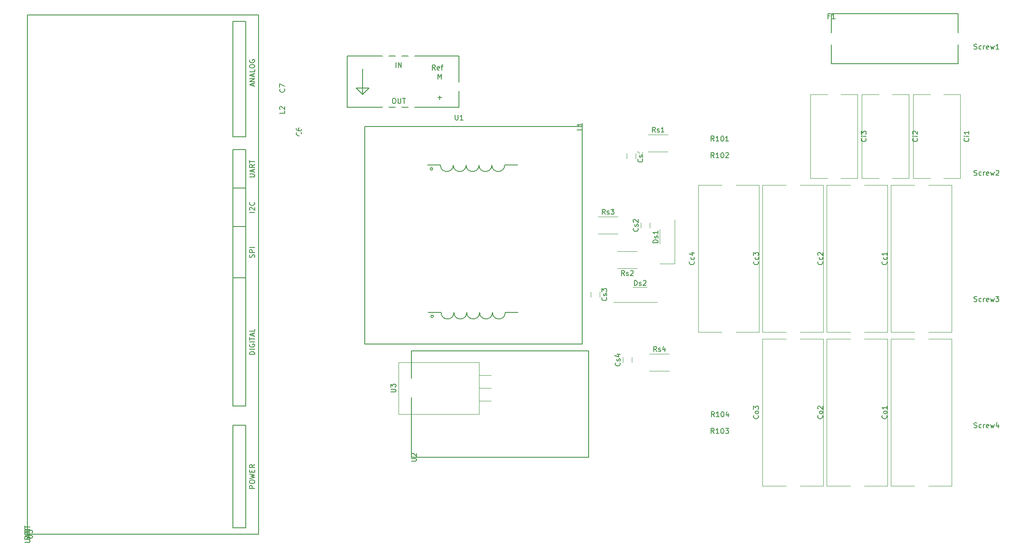
<source format=gbr>
G04 #@! TF.GenerationSoftware,KiCad,Pcbnew,(5.0.0-rc2-dev-586-g888c43477)*
G04 #@! TF.CreationDate,2018-06-04T00:41:44-03:00*
G04 #@! TF.ProjectId,Mcc18,4D636331382E6B696361645F70636200,rev?*
G04 #@! TF.SameCoordinates,Original*
G04 #@! TF.FileFunction,Legend,Top*
G04 #@! TF.FilePolarity,Positive*
%FSLAX46Y46*%
G04 Gerber Fmt 4.6, Leading zero omitted, Abs format (unit mm)*
G04 Created by KiCad (PCBNEW (5.0.0-rc2-dev-586-g888c43477)) date 06/04/18 00:41:44*
%MOMM*%
%LPD*%
G01*
G04 APERTURE LIST*
%ADD10C,0.150000*%
%ADD11C,0.120000*%
%ADD12O,2.100000X2.940000*%
%ADD13O,2.700000X1.700000*%
%ADD14O,5.400000X1.700000*%
%ADD15O,2.400000X1.600000*%
%ADD16R,1.695000X1.800000*%
%ADD17O,4.000000X4.000000*%
%ADD18R,2.900000X4.900000*%
%ADD19O,2.900000X4.900000*%
%ADD20C,2.200000*%
%ADD21R,2.200000X2.200000*%
%ADD22C,5.400000*%
%ADD23C,4.800000*%
%ADD24R,2.200000X1.795000*%
%ADD25O,2.400000X2.305000*%
%ADD26R,2.400000X2.305000*%
%ADD27O,3.900000X3.900000*%
%ADD28C,2.600000*%
%ADD29R,3.900000X3.100000*%
%ADD30R,3.100000X3.900000*%
%ADD31R,1.800000X1.695000*%
%ADD32R,1.895000X3.800000*%
%ADD33C,2.800000*%
%ADD34C,10.400000*%
%ADD35C,3.400000*%
G04 APERTURE END LIST*
D10*
X115570000Y-57150000D02*
X116840000Y-58420000D01*
X118110000Y-57150000D02*
X115570000Y-57150000D01*
X116840000Y-58420000D02*
X118110000Y-57150000D01*
X116840000Y-53340000D02*
X116840000Y-58420000D01*
X135890000Y-50800000D02*
X113792000Y-50800000D01*
X113792000Y-60960000D02*
X113792000Y-50800000D01*
X135890000Y-60960000D02*
X135890000Y-50800000D01*
X135890000Y-60960000D02*
X113792000Y-60960000D01*
X161544000Y-130302000D02*
X161544000Y-109220000D01*
X126492000Y-109220000D02*
X161544000Y-109220000D01*
X126492000Y-130302000D02*
X161544000Y-130302000D01*
X126492000Y-130302000D02*
X126492000Y-109220000D01*
X130683000Y-73152000D02*
G75*
G03X130683000Y-73152000I-254000J0D01*
G01*
X130810000Y-102362000D02*
G75*
G03X130810000Y-102362000I-254000J0D01*
G01*
X129667000Y-72390000D02*
X132207000Y-72390000D01*
X146177000Y-72390000D02*
X147447000Y-72390000D01*
X144907000Y-72390000D02*
X146177000Y-72390000D01*
X142367000Y-72390000D02*
G75*
G02X139827000Y-72390000I-1270000J0D01*
G01*
X134747000Y-72390000D02*
G75*
G02X132207000Y-72390000I-1270000J0D01*
G01*
X137287000Y-72390000D02*
G75*
G02X134747000Y-72390000I-1270000J0D01*
G01*
X139827000Y-72390000D02*
G75*
G02X137287000Y-72390000I-1270000J0D01*
G01*
X144907000Y-72390000D02*
G75*
G02X142367000Y-72390000I-1270000J0D01*
G01*
X146304000Y-101600000D02*
X147574000Y-101600000D01*
X145034000Y-101600000D02*
X146304000Y-101600000D01*
X145034000Y-101600000D02*
G75*
G02X142494000Y-101600000I-1270000J0D01*
G01*
X142494000Y-101600000D02*
G75*
G02X139954000Y-101600000I-1270000J0D01*
G01*
X139954000Y-101600000D02*
G75*
G02X137414000Y-101600000I-1270000J0D01*
G01*
X137414000Y-101600000D02*
G75*
G02X134874000Y-101600000I-1270000J0D01*
G01*
X134874000Y-101600000D02*
G75*
G02X132334000Y-101600000I-1270000J0D01*
G01*
X129794000Y-101600000D02*
X132334000Y-101600000D01*
X117221000Y-64770000D02*
X117221000Y-107823000D01*
X160274000Y-107823000D02*
X117221000Y-107823000D01*
X160274000Y-64770000D02*
X160274000Y-107823000D01*
X160274000Y-64770000D02*
X117221000Y-64770000D01*
X91186000Y-43942000D02*
X91186000Y-66802000D01*
X93726000Y-43942000D02*
X91186000Y-43942000D01*
X93726000Y-66802000D02*
X93726000Y-43942000D01*
X91186000Y-66802000D02*
X93726000Y-66802000D01*
X91186000Y-69342000D02*
X91186000Y-76962000D01*
X93726000Y-69342000D02*
X91186000Y-69342000D01*
X93726000Y-76962000D02*
X93726000Y-69342000D01*
X91186000Y-76962000D02*
X91186000Y-84582000D01*
X93726000Y-76962000D02*
X91186000Y-76962000D01*
X93726000Y-84582000D02*
X93726000Y-76962000D01*
X91186000Y-84582000D02*
X91186000Y-94742000D01*
X93726000Y-84582000D02*
X91186000Y-84582000D01*
X93726000Y-94742000D02*
X93726000Y-84582000D01*
X91186000Y-94742000D02*
X91186000Y-120142000D01*
X93726000Y-94742000D02*
X91186000Y-94742000D01*
X93726000Y-120142000D02*
X93726000Y-94742000D01*
X91186000Y-120142000D02*
X93726000Y-120142000D01*
X91186000Y-123952000D02*
X91186000Y-144272000D01*
X93726000Y-123952000D02*
X91186000Y-123952000D01*
X93726000Y-144272000D02*
X93726000Y-123952000D01*
X91186000Y-144272000D02*
X93726000Y-144272000D01*
X50546000Y-42672000D02*
X96266000Y-42672000D01*
X96266000Y-145542000D02*
X96266000Y-42672000D01*
X50546000Y-145542000D02*
X50546000Y-42672000D01*
X50546000Y-145542000D02*
X96266000Y-145542000D01*
D11*
X170074000Y-111498000D02*
X170074000Y-110498000D01*
X168254000Y-111498000D02*
X168254000Y-110498000D01*
X163724000Y-97544000D02*
X163724000Y-98544000D01*
X161904000Y-97544000D02*
X161904000Y-98544000D01*
X173630000Y-84828000D02*
X173630000Y-83828000D01*
X171810000Y-84828000D02*
X171810000Y-83828000D01*
X170836000Y-70112000D02*
X170836000Y-71112000D01*
X169016000Y-70112000D02*
X169016000Y-71112000D01*
X139820000Y-114046000D02*
X142360000Y-114046000D01*
X139820000Y-116586000D02*
X142360000Y-116586000D01*
X139820000Y-119126000D02*
X142360000Y-119126000D01*
X123930000Y-111466000D02*
X139820000Y-111466000D01*
X123930000Y-121706000D02*
X139820000Y-121706000D01*
X123930000Y-121706000D02*
X123930000Y-111466000D01*
X139820000Y-121706000D02*
X139820000Y-111466000D01*
X218922000Y-74992000D02*
X215558000Y-74992000D01*
X224878000Y-74992000D02*
X221514000Y-74992000D01*
X218922000Y-58372000D02*
X215558000Y-58372000D01*
X224878000Y-58372000D02*
X221514000Y-58372000D01*
X215558000Y-58372000D02*
X215558000Y-74992000D01*
X224878000Y-58372000D02*
X224878000Y-74992000D01*
X229082000Y-74992000D02*
X225718000Y-74992000D01*
X235038000Y-74992000D02*
X231674000Y-74992000D01*
X229082000Y-58372000D02*
X225718000Y-58372000D01*
X235038000Y-58372000D02*
X231674000Y-58372000D01*
X225718000Y-58372000D02*
X225718000Y-74992000D01*
X235038000Y-58372000D02*
X235038000Y-74992000D01*
X208762000Y-74992000D02*
X205398000Y-74992000D01*
X214718000Y-74992000D02*
X211354000Y-74992000D01*
X208762000Y-58372000D02*
X205398000Y-58372000D01*
X214718000Y-58372000D02*
X211354000Y-58372000D01*
X205398000Y-58372000D02*
X205398000Y-74992000D01*
X214718000Y-58372000D02*
X214718000Y-74992000D01*
X166404000Y-99544000D02*
X175104000Y-99544000D01*
X166404000Y-96544000D02*
X166404000Y-99544000D01*
X175104000Y-96544000D02*
X166404000Y-96544000D01*
X178538000Y-91914000D02*
X178538000Y-83214000D01*
X175538000Y-91914000D02*
X178538000Y-91914000D01*
X175538000Y-83214000D02*
X175538000Y-91914000D01*
X173564000Y-113216000D02*
X177464000Y-113216000D01*
X173564000Y-109796000D02*
X177464000Y-109796000D01*
X163404000Y-86038000D02*
X167304000Y-86038000D01*
X163404000Y-82618000D02*
X167304000Y-82618000D01*
X171114000Y-89476000D02*
X167214000Y-89476000D01*
X171114000Y-92896000D02*
X167214000Y-92896000D01*
X173310000Y-69782000D02*
X177210000Y-69782000D01*
X173310000Y-66362000D02*
X177210000Y-66362000D01*
X216025000Y-106818000D02*
X220640000Y-106818000D01*
X208620000Y-106818000D02*
X213235000Y-106818000D01*
X216025000Y-135938000D02*
X220640000Y-135938000D01*
X208620000Y-135938000D02*
X213235000Y-135938000D01*
X220640000Y-135938000D02*
X220640000Y-106818000D01*
X208620000Y-135938000D02*
X208620000Y-106818000D01*
X221320000Y-105458000D02*
X221320000Y-76338000D01*
X233340000Y-105458000D02*
X233340000Y-76338000D01*
X221320000Y-105458000D02*
X225935000Y-105458000D01*
X228725000Y-105458000D02*
X233340000Y-105458000D01*
X221320000Y-76338000D02*
X225935000Y-76338000D01*
X228725000Y-76338000D02*
X233340000Y-76338000D01*
X216025000Y-76338000D02*
X220640000Y-76338000D01*
X208620000Y-76338000D02*
X213235000Y-76338000D01*
X216025000Y-105458000D02*
X220640000Y-105458000D01*
X208620000Y-105458000D02*
X213235000Y-105458000D01*
X220640000Y-105458000D02*
X220640000Y-76338000D01*
X208620000Y-105458000D02*
X208620000Y-76338000D01*
X195920000Y-105458000D02*
X195920000Y-76338000D01*
X207940000Y-105458000D02*
X207940000Y-76338000D01*
X195920000Y-105458000D02*
X200535000Y-105458000D01*
X203325000Y-105458000D02*
X207940000Y-105458000D01*
X195920000Y-76338000D02*
X200535000Y-76338000D01*
X203325000Y-76338000D02*
X207940000Y-76338000D01*
X228725000Y-106818000D02*
X233340000Y-106818000D01*
X221320000Y-106818000D02*
X225935000Y-106818000D01*
X228725000Y-135938000D02*
X233340000Y-135938000D01*
X221320000Y-135938000D02*
X225935000Y-135938000D01*
X233340000Y-135938000D02*
X233340000Y-106818000D01*
X221320000Y-135938000D02*
X221320000Y-106818000D01*
X183220000Y-105458000D02*
X183220000Y-76338000D01*
X195240000Y-105458000D02*
X195240000Y-76338000D01*
X183220000Y-105458000D02*
X187835000Y-105458000D01*
X190625000Y-105458000D02*
X195240000Y-105458000D01*
X183220000Y-76338000D02*
X187835000Y-76338000D01*
X190625000Y-76338000D02*
X195240000Y-76338000D01*
X203325000Y-106818000D02*
X207940000Y-106818000D01*
X195920000Y-106818000D02*
X200535000Y-106818000D01*
X203325000Y-135938000D02*
X207940000Y-135938000D01*
X195920000Y-135938000D02*
X200535000Y-135938000D01*
X207940000Y-135938000D02*
X207940000Y-106818000D01*
X195920000Y-135938000D02*
X195920000Y-106818000D01*
D10*
X234569000Y-42418000D02*
X234569000Y-52324000D01*
X209550000Y-52324000D02*
X234569000Y-52324000D01*
X209550000Y-42418000D02*
X234569000Y-42418000D01*
X209550000Y-42418000D02*
X209550000Y-52324000D01*
X135128095Y-62452380D02*
X135128095Y-63261904D01*
X135175714Y-63357142D01*
X135223333Y-63404761D01*
X135318571Y-63452380D01*
X135509047Y-63452380D01*
X135604285Y-63404761D01*
X135651904Y-63357142D01*
X135699523Y-63261904D01*
X135699523Y-62452380D01*
X136699523Y-63452380D02*
X136128095Y-63452380D01*
X136413809Y-63452380D02*
X136413809Y-62452380D01*
X136318571Y-62595238D01*
X136223333Y-62690476D01*
X136128095Y-62738095D01*
X122952000Y-59142380D02*
X123142476Y-59142380D01*
X123237714Y-59190000D01*
X123332952Y-59285238D01*
X123380571Y-59475714D01*
X123380571Y-59809047D01*
X123332952Y-59999523D01*
X123237714Y-60094761D01*
X123142476Y-60142380D01*
X122952000Y-60142380D01*
X122856761Y-60094761D01*
X122761523Y-59999523D01*
X122713904Y-59809047D01*
X122713904Y-59475714D01*
X122761523Y-59285238D01*
X122856761Y-59190000D01*
X122952000Y-59142380D01*
X123809142Y-59142380D02*
X123809142Y-59951904D01*
X123856761Y-60047142D01*
X123904380Y-60094761D01*
X123999619Y-60142380D01*
X124190095Y-60142380D01*
X124285333Y-60094761D01*
X124332952Y-60047142D01*
X124380571Y-59951904D01*
X124380571Y-59142380D01*
X124713904Y-59142380D02*
X125285333Y-59142380D01*
X124999619Y-60142380D02*
X124999619Y-59142380D01*
X123428190Y-53030380D02*
X123428190Y-52030380D01*
X123904380Y-53030380D02*
X123904380Y-52030380D01*
X124475809Y-53030380D01*
X124475809Y-52030380D01*
X131167238Y-53538380D02*
X130833904Y-53062190D01*
X130595809Y-53538380D02*
X130595809Y-52538380D01*
X130976761Y-52538380D01*
X131072000Y-52586000D01*
X131119619Y-52633619D01*
X131167238Y-52728857D01*
X131167238Y-52871714D01*
X131119619Y-52966952D01*
X131072000Y-53014571D01*
X130976761Y-53062190D01*
X130595809Y-53062190D01*
X131976761Y-53490761D02*
X131881523Y-53538380D01*
X131691047Y-53538380D01*
X131595809Y-53490761D01*
X131548190Y-53395523D01*
X131548190Y-53014571D01*
X131595809Y-52919333D01*
X131691047Y-52871714D01*
X131881523Y-52871714D01*
X131976761Y-52919333D01*
X132024380Y-53014571D01*
X132024380Y-53109809D01*
X131548190Y-53205047D01*
X132310095Y-52871714D02*
X132691047Y-52871714D01*
X132452952Y-53538380D02*
X132452952Y-52681238D01*
X132500571Y-52586000D01*
X132595809Y-52538380D01*
X132691047Y-52538380D01*
X131746666Y-55316380D02*
X131746666Y-54316380D01*
X132080000Y-55030666D01*
X132413333Y-54316380D01*
X132413333Y-55316380D01*
X131984761Y-56348380D02*
X132175238Y-56348380D01*
X132270476Y-56396000D01*
X132365714Y-56491238D01*
X132413333Y-56681714D01*
X132413333Y-57015047D01*
X132365714Y-57205523D01*
X132270476Y-57300761D01*
X132175238Y-57348380D01*
X131984761Y-57348380D01*
X131889523Y-57300761D01*
X131794285Y-57205523D01*
X131746666Y-57015047D01*
X131746666Y-56681714D01*
X131794285Y-56491238D01*
X131889523Y-56396000D01*
X131984761Y-56348380D01*
X131699047Y-58999428D02*
X132460952Y-58999428D01*
X132080000Y-59380380D02*
X132080000Y-58618476D01*
X186332952Y-67634380D02*
X185999619Y-67158190D01*
X185761523Y-67634380D02*
X185761523Y-66634380D01*
X186142476Y-66634380D01*
X186237714Y-66682000D01*
X186285333Y-66729619D01*
X186332952Y-66824857D01*
X186332952Y-66967714D01*
X186285333Y-67062952D01*
X186237714Y-67110571D01*
X186142476Y-67158190D01*
X185761523Y-67158190D01*
X187285333Y-67634380D02*
X186713904Y-67634380D01*
X186999619Y-67634380D02*
X186999619Y-66634380D01*
X186904380Y-66777238D01*
X186809142Y-66872476D01*
X186713904Y-66920095D01*
X187904380Y-66634380D02*
X187999619Y-66634380D01*
X188094857Y-66682000D01*
X188142476Y-66729619D01*
X188190095Y-66824857D01*
X188237714Y-67015333D01*
X188237714Y-67253428D01*
X188190095Y-67443904D01*
X188142476Y-67539142D01*
X188094857Y-67586761D01*
X187999619Y-67634380D01*
X187904380Y-67634380D01*
X187809142Y-67586761D01*
X187761523Y-67539142D01*
X187713904Y-67443904D01*
X187666285Y-67253428D01*
X187666285Y-67015333D01*
X187713904Y-66824857D01*
X187761523Y-66729619D01*
X187809142Y-66682000D01*
X187904380Y-66634380D01*
X189190095Y-67634380D02*
X188618666Y-67634380D01*
X188904380Y-67634380D02*
X188904380Y-66634380D01*
X188809142Y-66777238D01*
X188713904Y-66872476D01*
X188618666Y-66920095D01*
X126444380Y-131063904D02*
X127253904Y-131063904D01*
X127349142Y-131016285D01*
X127396761Y-130968666D01*
X127444380Y-130873428D01*
X127444380Y-130682952D01*
X127396761Y-130587714D01*
X127349142Y-130540095D01*
X127253904Y-130492476D01*
X126444380Y-130492476D01*
X126539619Y-130063904D02*
X126492000Y-130016285D01*
X126444380Y-129921047D01*
X126444380Y-129682952D01*
X126492000Y-129587714D01*
X126539619Y-129540095D01*
X126634857Y-129492476D01*
X126730095Y-129492476D01*
X126872952Y-129540095D01*
X127444380Y-130111523D01*
X127444380Y-129492476D01*
X160226380Y-64936666D02*
X160226380Y-65412857D01*
X159226380Y-65412857D01*
X160226380Y-64079523D02*
X160226380Y-64650952D01*
X160226380Y-64365238D02*
X159226380Y-64365238D01*
X159369238Y-64460476D01*
X159464476Y-64555714D01*
X159512095Y-64650952D01*
X50498380Y-146303904D02*
X51307904Y-146303904D01*
X51403142Y-146256285D01*
X51450761Y-146208666D01*
X51498380Y-146113428D01*
X51498380Y-145922952D01*
X51450761Y-145827714D01*
X51403142Y-145780095D01*
X51307904Y-145732476D01*
X50498380Y-145732476D01*
X50498380Y-144780095D02*
X50498380Y-145256285D01*
X50974571Y-145303904D01*
X50926952Y-145256285D01*
X50879333Y-145161047D01*
X50879333Y-144922952D01*
X50926952Y-144827714D01*
X50974571Y-144780095D01*
X51069809Y-144732476D01*
X51307904Y-144732476D01*
X51403142Y-144780095D01*
X51450761Y-144827714D01*
X51498380Y-144922952D01*
X51498380Y-145161047D01*
X51450761Y-145256285D01*
X51403142Y-145303904D01*
X95162666Y-56721047D02*
X95162666Y-56244857D01*
X95448380Y-56816285D02*
X94448380Y-56482952D01*
X95448380Y-56149619D01*
X95448380Y-55816285D02*
X94448380Y-55816285D01*
X95448380Y-55244857D01*
X94448380Y-55244857D01*
X95162666Y-54816285D02*
X95162666Y-54340095D01*
X95448380Y-54911523D02*
X94448380Y-54578190D01*
X95448380Y-54244857D01*
X95448380Y-53435333D02*
X95448380Y-53911523D01*
X94448380Y-53911523D01*
X94448380Y-52911523D02*
X94448380Y-52721047D01*
X94496000Y-52625809D01*
X94591238Y-52530571D01*
X94781714Y-52482952D01*
X95115047Y-52482952D01*
X95305523Y-52530571D01*
X95400761Y-52625809D01*
X95448380Y-52721047D01*
X95448380Y-52911523D01*
X95400761Y-53006761D01*
X95305523Y-53102000D01*
X95115047Y-53149619D01*
X94781714Y-53149619D01*
X94591238Y-53102000D01*
X94496000Y-53006761D01*
X94448380Y-52911523D01*
X94496000Y-51530571D02*
X94448380Y-51625809D01*
X94448380Y-51768666D01*
X94496000Y-51911523D01*
X94591238Y-52006761D01*
X94686476Y-52054380D01*
X94876952Y-52102000D01*
X95019809Y-52102000D01*
X95210285Y-52054380D01*
X95305523Y-52006761D01*
X95400761Y-51911523D01*
X95448380Y-51768666D01*
X95448380Y-51673428D01*
X95400761Y-51530571D01*
X95353142Y-51482952D01*
X95019809Y-51482952D01*
X95019809Y-51673428D01*
X94448380Y-74747238D02*
X95257904Y-74747238D01*
X95353142Y-74699619D01*
X95400761Y-74652000D01*
X95448380Y-74556761D01*
X95448380Y-74366285D01*
X95400761Y-74271047D01*
X95353142Y-74223428D01*
X95257904Y-74175809D01*
X94448380Y-74175809D01*
X95162666Y-73747238D02*
X95162666Y-73271047D01*
X95448380Y-73842476D02*
X94448380Y-73509142D01*
X95448380Y-73175809D01*
X95448380Y-72271047D02*
X94972190Y-72604380D01*
X95448380Y-72842476D02*
X94448380Y-72842476D01*
X94448380Y-72461523D01*
X94496000Y-72366285D01*
X94543619Y-72318666D01*
X94638857Y-72271047D01*
X94781714Y-72271047D01*
X94876952Y-72318666D01*
X94924571Y-72366285D01*
X94972190Y-72461523D01*
X94972190Y-72842476D01*
X94448380Y-71985333D02*
X94448380Y-71413904D01*
X95448380Y-71699619D02*
X94448380Y-71699619D01*
X49998380Y-147137238D02*
X50807904Y-147137238D01*
X50903142Y-147089619D01*
X50950761Y-147042000D01*
X50998380Y-146946761D01*
X50998380Y-146756285D01*
X50950761Y-146661047D01*
X50903142Y-146613428D01*
X50807904Y-146565809D01*
X49998380Y-146565809D01*
X50712666Y-146137238D02*
X50712666Y-145661047D01*
X50998380Y-146232476D02*
X49998380Y-145899142D01*
X50998380Y-145565809D01*
X50998380Y-144661047D02*
X50522190Y-144994380D01*
X50998380Y-145232476D02*
X49998380Y-145232476D01*
X49998380Y-144851523D01*
X50046000Y-144756285D01*
X50093619Y-144708666D01*
X50188857Y-144661047D01*
X50331714Y-144661047D01*
X50426952Y-144708666D01*
X50474571Y-144756285D01*
X50522190Y-144851523D01*
X50522190Y-145232476D01*
X49998380Y-144375333D02*
X49998380Y-143803904D01*
X50998380Y-144089619D02*
X49998380Y-144089619D01*
X95448380Y-81748190D02*
X94448380Y-81748190D01*
X94543619Y-81319619D02*
X94496000Y-81272000D01*
X94448380Y-81176761D01*
X94448380Y-80938666D01*
X94496000Y-80843428D01*
X94543619Y-80795809D01*
X94638857Y-80748190D01*
X94734095Y-80748190D01*
X94876952Y-80795809D01*
X95448380Y-81367238D01*
X95448380Y-80748190D01*
X95353142Y-79748190D02*
X95400761Y-79795809D01*
X95448380Y-79938666D01*
X95448380Y-80033904D01*
X95400761Y-80176761D01*
X95305523Y-80272000D01*
X95210285Y-80319619D01*
X95019809Y-80367238D01*
X94876952Y-80367238D01*
X94686476Y-80319619D01*
X94591238Y-80272000D01*
X94496000Y-80176761D01*
X94448380Y-80033904D01*
X94448380Y-79938666D01*
X94496000Y-79795809D01*
X94543619Y-79748190D01*
X95400761Y-90685809D02*
X95448380Y-90542952D01*
X95448380Y-90304857D01*
X95400761Y-90209619D01*
X95353142Y-90162000D01*
X95257904Y-90114380D01*
X95162666Y-90114380D01*
X95067428Y-90162000D01*
X95019809Y-90209619D01*
X94972190Y-90304857D01*
X94924571Y-90495333D01*
X94876952Y-90590571D01*
X94829333Y-90638190D01*
X94734095Y-90685809D01*
X94638857Y-90685809D01*
X94543619Y-90638190D01*
X94496000Y-90590571D01*
X94448380Y-90495333D01*
X94448380Y-90257238D01*
X94496000Y-90114380D01*
X95448380Y-89685809D02*
X94448380Y-89685809D01*
X94448380Y-89304857D01*
X94496000Y-89209619D01*
X94543619Y-89162000D01*
X94638857Y-89114380D01*
X94781714Y-89114380D01*
X94876952Y-89162000D01*
X94924571Y-89209619D01*
X94972190Y-89304857D01*
X94972190Y-89685809D01*
X95448380Y-88685809D02*
X94448380Y-88685809D01*
X50950761Y-146565809D02*
X50998380Y-146422952D01*
X50998380Y-146184857D01*
X50950761Y-146089619D01*
X50903142Y-146042000D01*
X50807904Y-145994380D01*
X50712666Y-145994380D01*
X50617428Y-146042000D01*
X50569809Y-146089619D01*
X50522190Y-146184857D01*
X50474571Y-146375333D01*
X50426952Y-146470571D01*
X50379333Y-146518190D01*
X50284095Y-146565809D01*
X50188857Y-146565809D01*
X50093619Y-146518190D01*
X50046000Y-146470571D01*
X49998380Y-146375333D01*
X49998380Y-146137238D01*
X50046000Y-145994380D01*
X50998380Y-145565809D02*
X49998380Y-145565809D01*
X49998380Y-145184857D01*
X50046000Y-145089619D01*
X50093619Y-145042000D01*
X50188857Y-144994380D01*
X50331714Y-144994380D01*
X50426952Y-145042000D01*
X50474571Y-145089619D01*
X50522190Y-145184857D01*
X50522190Y-145565809D01*
X50998380Y-144565809D02*
X49998380Y-144565809D01*
X95448380Y-109894380D02*
X94448380Y-109894380D01*
X94448380Y-109656285D01*
X94496000Y-109513428D01*
X94591238Y-109418190D01*
X94686476Y-109370571D01*
X94876952Y-109322952D01*
X95019809Y-109322952D01*
X95210285Y-109370571D01*
X95305523Y-109418190D01*
X95400761Y-109513428D01*
X95448380Y-109656285D01*
X95448380Y-109894380D01*
X95448380Y-108894380D02*
X94448380Y-108894380D01*
X94496000Y-107894380D02*
X94448380Y-107989619D01*
X94448380Y-108132476D01*
X94496000Y-108275333D01*
X94591238Y-108370571D01*
X94686476Y-108418190D01*
X94876952Y-108465809D01*
X95019809Y-108465809D01*
X95210285Y-108418190D01*
X95305523Y-108370571D01*
X95400761Y-108275333D01*
X95448380Y-108132476D01*
X95448380Y-108037238D01*
X95400761Y-107894380D01*
X95353142Y-107846761D01*
X95019809Y-107846761D01*
X95019809Y-108037238D01*
X95448380Y-107418190D02*
X94448380Y-107418190D01*
X94448380Y-107084857D02*
X94448380Y-106513428D01*
X95448380Y-106799142D02*
X94448380Y-106799142D01*
X95162666Y-106227714D02*
X95162666Y-105751523D01*
X95448380Y-106322952D02*
X94448380Y-105989619D01*
X95448380Y-105656285D01*
X95448380Y-104846761D02*
X95448380Y-105322952D01*
X94448380Y-105322952D01*
X95448380Y-136421523D02*
X94448380Y-136421523D01*
X94448380Y-136040571D01*
X94496000Y-135945333D01*
X94543619Y-135897714D01*
X94638857Y-135850095D01*
X94781714Y-135850095D01*
X94876952Y-135897714D01*
X94924571Y-135945333D01*
X94972190Y-136040571D01*
X94972190Y-136421523D01*
X94448380Y-135231047D02*
X94448380Y-135040571D01*
X94496000Y-134945333D01*
X94591238Y-134850095D01*
X94781714Y-134802476D01*
X95115047Y-134802476D01*
X95305523Y-134850095D01*
X95400761Y-134945333D01*
X95448380Y-135040571D01*
X95448380Y-135231047D01*
X95400761Y-135326285D01*
X95305523Y-135421523D01*
X95115047Y-135469142D01*
X94781714Y-135469142D01*
X94591238Y-135421523D01*
X94496000Y-135326285D01*
X94448380Y-135231047D01*
X94448380Y-134469142D02*
X95448380Y-134231047D01*
X94734095Y-134040571D01*
X95448380Y-133850095D01*
X94448380Y-133612000D01*
X94924571Y-133231047D02*
X94924571Y-132897714D01*
X95448380Y-132754857D02*
X95448380Y-133231047D01*
X94448380Y-133231047D01*
X94448380Y-132754857D01*
X95448380Y-131754857D02*
X94972190Y-132088190D01*
X95448380Y-132326285D02*
X94448380Y-132326285D01*
X94448380Y-131945333D01*
X94496000Y-131850095D01*
X94543619Y-131802476D01*
X94638857Y-131754857D01*
X94781714Y-131754857D01*
X94876952Y-131802476D01*
X94924571Y-131850095D01*
X94972190Y-131945333D01*
X94972190Y-132326285D01*
X167671142Y-111569428D02*
X167718761Y-111617047D01*
X167766380Y-111759904D01*
X167766380Y-111855142D01*
X167718761Y-111998000D01*
X167623523Y-112093238D01*
X167528285Y-112140857D01*
X167337809Y-112188476D01*
X167194952Y-112188476D01*
X167004476Y-112140857D01*
X166909238Y-112093238D01*
X166814000Y-111998000D01*
X166766380Y-111855142D01*
X166766380Y-111759904D01*
X166814000Y-111617047D01*
X166861619Y-111569428D01*
X167718761Y-111188476D02*
X167766380Y-111093238D01*
X167766380Y-110902761D01*
X167718761Y-110807523D01*
X167623523Y-110759904D01*
X167575904Y-110759904D01*
X167480666Y-110807523D01*
X167433047Y-110902761D01*
X167433047Y-111045619D01*
X167385428Y-111140857D01*
X167290190Y-111188476D01*
X167242571Y-111188476D01*
X167147333Y-111140857D01*
X167099714Y-111045619D01*
X167099714Y-110902761D01*
X167147333Y-110807523D01*
X167099714Y-109902761D02*
X167766380Y-109902761D01*
X166718761Y-110140857D02*
X167433047Y-110378952D01*
X167433047Y-109759904D01*
X165021142Y-98615428D02*
X165068761Y-98663047D01*
X165116380Y-98805904D01*
X165116380Y-98901142D01*
X165068761Y-99044000D01*
X164973523Y-99139238D01*
X164878285Y-99186857D01*
X164687809Y-99234476D01*
X164544952Y-99234476D01*
X164354476Y-99186857D01*
X164259238Y-99139238D01*
X164164000Y-99044000D01*
X164116380Y-98901142D01*
X164116380Y-98805904D01*
X164164000Y-98663047D01*
X164211619Y-98615428D01*
X165068761Y-98234476D02*
X165116380Y-98139238D01*
X165116380Y-97948761D01*
X165068761Y-97853523D01*
X164973523Y-97805904D01*
X164925904Y-97805904D01*
X164830666Y-97853523D01*
X164783047Y-97948761D01*
X164783047Y-98091619D01*
X164735428Y-98186857D01*
X164640190Y-98234476D01*
X164592571Y-98234476D01*
X164497333Y-98186857D01*
X164449714Y-98091619D01*
X164449714Y-97948761D01*
X164497333Y-97853523D01*
X164116380Y-97472571D02*
X164116380Y-96853523D01*
X164497333Y-97186857D01*
X164497333Y-97044000D01*
X164544952Y-96948761D01*
X164592571Y-96901142D01*
X164687809Y-96853523D01*
X164925904Y-96853523D01*
X165021142Y-96901142D01*
X165068761Y-96948761D01*
X165116380Y-97044000D01*
X165116380Y-97329714D01*
X165068761Y-97424952D01*
X165021142Y-97472571D01*
X171227142Y-84899428D02*
X171274761Y-84947047D01*
X171322380Y-85089904D01*
X171322380Y-85185142D01*
X171274761Y-85328000D01*
X171179523Y-85423238D01*
X171084285Y-85470857D01*
X170893809Y-85518476D01*
X170750952Y-85518476D01*
X170560476Y-85470857D01*
X170465238Y-85423238D01*
X170370000Y-85328000D01*
X170322380Y-85185142D01*
X170322380Y-85089904D01*
X170370000Y-84947047D01*
X170417619Y-84899428D01*
X171274761Y-84518476D02*
X171322380Y-84423238D01*
X171322380Y-84232761D01*
X171274761Y-84137523D01*
X171179523Y-84089904D01*
X171131904Y-84089904D01*
X171036666Y-84137523D01*
X170989047Y-84232761D01*
X170989047Y-84375619D01*
X170941428Y-84470857D01*
X170846190Y-84518476D01*
X170798571Y-84518476D01*
X170703333Y-84470857D01*
X170655714Y-84375619D01*
X170655714Y-84232761D01*
X170703333Y-84137523D01*
X170417619Y-83708952D02*
X170370000Y-83661333D01*
X170322380Y-83566095D01*
X170322380Y-83328000D01*
X170370000Y-83232761D01*
X170417619Y-83185142D01*
X170512857Y-83137523D01*
X170608095Y-83137523D01*
X170750952Y-83185142D01*
X171322380Y-83756571D01*
X171322380Y-83137523D01*
X172133142Y-71183428D02*
X172180761Y-71231047D01*
X172228380Y-71373904D01*
X172228380Y-71469142D01*
X172180761Y-71612000D01*
X172085523Y-71707238D01*
X171990285Y-71754857D01*
X171799809Y-71802476D01*
X171656952Y-71802476D01*
X171466476Y-71754857D01*
X171371238Y-71707238D01*
X171276000Y-71612000D01*
X171228380Y-71469142D01*
X171228380Y-71373904D01*
X171276000Y-71231047D01*
X171323619Y-71183428D01*
X172180761Y-70802476D02*
X172228380Y-70707238D01*
X172228380Y-70516761D01*
X172180761Y-70421523D01*
X172085523Y-70373904D01*
X172037904Y-70373904D01*
X171942666Y-70421523D01*
X171895047Y-70516761D01*
X171895047Y-70659619D01*
X171847428Y-70754857D01*
X171752190Y-70802476D01*
X171704571Y-70802476D01*
X171609333Y-70754857D01*
X171561714Y-70659619D01*
X171561714Y-70516761D01*
X171609333Y-70421523D01*
X172228380Y-69421523D02*
X172228380Y-69992952D01*
X172228380Y-69707238D02*
X171228380Y-69707238D01*
X171371238Y-69802476D01*
X171466476Y-69897714D01*
X171514095Y-69992952D01*
X122382380Y-117347904D02*
X123191904Y-117347904D01*
X123287142Y-117300285D01*
X123334761Y-117252666D01*
X123382380Y-117157428D01*
X123382380Y-116966952D01*
X123334761Y-116871714D01*
X123287142Y-116824095D01*
X123191904Y-116776476D01*
X122382380Y-116776476D01*
X122382380Y-116395523D02*
X122382380Y-115776476D01*
X122763333Y-116109809D01*
X122763333Y-115966952D01*
X122810952Y-115871714D01*
X122858571Y-115824095D01*
X122953809Y-115776476D01*
X123191904Y-115776476D01*
X123287142Y-115824095D01*
X123334761Y-115871714D01*
X123382380Y-115966952D01*
X123382380Y-116252666D01*
X123334761Y-116347904D01*
X123287142Y-116395523D01*
X226485142Y-67086761D02*
X226532761Y-67134380D01*
X226580380Y-67277238D01*
X226580380Y-67372476D01*
X226532761Y-67515333D01*
X226437523Y-67610571D01*
X226342285Y-67658190D01*
X226151809Y-67705809D01*
X226008952Y-67705809D01*
X225818476Y-67658190D01*
X225723238Y-67610571D01*
X225628000Y-67515333D01*
X225580380Y-67372476D01*
X225580380Y-67277238D01*
X225628000Y-67134380D01*
X225675619Y-67086761D01*
X226580380Y-66658190D02*
X225913714Y-66658190D01*
X225580380Y-66658190D02*
X225628000Y-66705809D01*
X225675619Y-66658190D01*
X225628000Y-66610571D01*
X225580380Y-66658190D01*
X225675619Y-66658190D01*
X225675619Y-66229619D02*
X225628000Y-66182000D01*
X225580380Y-66086761D01*
X225580380Y-65848666D01*
X225628000Y-65753428D01*
X225675619Y-65705809D01*
X225770857Y-65658190D01*
X225866095Y-65658190D01*
X226008952Y-65705809D01*
X226580380Y-66277238D01*
X226580380Y-65658190D01*
X236645142Y-67086761D02*
X236692761Y-67134380D01*
X236740380Y-67277238D01*
X236740380Y-67372476D01*
X236692761Y-67515333D01*
X236597523Y-67610571D01*
X236502285Y-67658190D01*
X236311809Y-67705809D01*
X236168952Y-67705809D01*
X235978476Y-67658190D01*
X235883238Y-67610571D01*
X235788000Y-67515333D01*
X235740380Y-67372476D01*
X235740380Y-67277238D01*
X235788000Y-67134380D01*
X235835619Y-67086761D01*
X236740380Y-66658190D02*
X236073714Y-66658190D01*
X235740380Y-66658190D02*
X235788000Y-66705809D01*
X235835619Y-66658190D01*
X235788000Y-66610571D01*
X235740380Y-66658190D01*
X235835619Y-66658190D01*
X236740380Y-65658190D02*
X236740380Y-66229619D01*
X236740380Y-65943904D02*
X235740380Y-65943904D01*
X235883238Y-66039142D01*
X235978476Y-66134380D01*
X236026095Y-66229619D01*
X216325142Y-67086761D02*
X216372761Y-67134380D01*
X216420380Y-67277238D01*
X216420380Y-67372476D01*
X216372761Y-67515333D01*
X216277523Y-67610571D01*
X216182285Y-67658190D01*
X215991809Y-67705809D01*
X215848952Y-67705809D01*
X215658476Y-67658190D01*
X215563238Y-67610571D01*
X215468000Y-67515333D01*
X215420380Y-67372476D01*
X215420380Y-67277238D01*
X215468000Y-67134380D01*
X215515619Y-67086761D01*
X216420380Y-66658190D02*
X215753714Y-66658190D01*
X215420380Y-66658190D02*
X215468000Y-66705809D01*
X215515619Y-66658190D01*
X215468000Y-66610571D01*
X215420380Y-66658190D01*
X215515619Y-66658190D01*
X215420380Y-66277238D02*
X215420380Y-65658190D01*
X215801333Y-65991523D01*
X215801333Y-65848666D01*
X215848952Y-65753428D01*
X215896571Y-65705809D01*
X215991809Y-65658190D01*
X216229904Y-65658190D01*
X216325142Y-65705809D01*
X216372761Y-65753428D01*
X216420380Y-65848666D01*
X216420380Y-66134380D01*
X216372761Y-66229619D01*
X216325142Y-66277238D01*
X170561142Y-96246380D02*
X170561142Y-95246380D01*
X170799238Y-95246380D01*
X170942095Y-95294000D01*
X171037333Y-95389238D01*
X171084952Y-95484476D01*
X171132571Y-95674952D01*
X171132571Y-95817809D01*
X171084952Y-96008285D01*
X171037333Y-96103523D01*
X170942095Y-96198761D01*
X170799238Y-96246380D01*
X170561142Y-96246380D01*
X171513523Y-96198761D02*
X171608761Y-96246380D01*
X171799238Y-96246380D01*
X171894476Y-96198761D01*
X171942095Y-96103523D01*
X171942095Y-96055904D01*
X171894476Y-95960666D01*
X171799238Y-95913047D01*
X171656380Y-95913047D01*
X171561142Y-95865428D01*
X171513523Y-95770190D01*
X171513523Y-95722571D01*
X171561142Y-95627333D01*
X171656380Y-95579714D01*
X171799238Y-95579714D01*
X171894476Y-95627333D01*
X172323047Y-95341619D02*
X172370666Y-95294000D01*
X172465904Y-95246380D01*
X172704000Y-95246380D01*
X172799238Y-95294000D01*
X172846857Y-95341619D01*
X172894476Y-95436857D01*
X172894476Y-95532095D01*
X172846857Y-95674952D01*
X172275428Y-96246380D01*
X172894476Y-96246380D01*
X175240380Y-87756857D02*
X174240380Y-87756857D01*
X174240380Y-87518761D01*
X174288000Y-87375904D01*
X174383238Y-87280666D01*
X174478476Y-87233047D01*
X174668952Y-87185428D01*
X174811809Y-87185428D01*
X175002285Y-87233047D01*
X175097523Y-87280666D01*
X175192761Y-87375904D01*
X175240380Y-87518761D01*
X175240380Y-87756857D01*
X175192761Y-86804476D02*
X175240380Y-86709238D01*
X175240380Y-86518761D01*
X175192761Y-86423523D01*
X175097523Y-86375904D01*
X175049904Y-86375904D01*
X174954666Y-86423523D01*
X174907047Y-86518761D01*
X174907047Y-86661619D01*
X174859428Y-86756857D01*
X174764190Y-86804476D01*
X174716571Y-86804476D01*
X174621333Y-86756857D01*
X174573714Y-86661619D01*
X174573714Y-86518761D01*
X174621333Y-86423523D01*
X175240380Y-85423523D02*
X175240380Y-85994952D01*
X175240380Y-85709238D02*
X174240380Y-85709238D01*
X174383238Y-85804476D01*
X174478476Y-85899714D01*
X174526095Y-85994952D01*
X101418380Y-61634666D02*
X101418380Y-62110857D01*
X100418380Y-62110857D01*
X100513619Y-61348952D02*
X100466000Y-61301333D01*
X100418380Y-61206095D01*
X100418380Y-60968000D01*
X100466000Y-60872761D01*
X100513619Y-60825142D01*
X100608857Y-60777523D01*
X100704095Y-60777523D01*
X100846952Y-60825142D01*
X101418380Y-61396571D01*
X101418380Y-60777523D01*
X174942571Y-109308380D02*
X174609238Y-108832190D01*
X174371142Y-109308380D02*
X174371142Y-108308380D01*
X174752095Y-108308380D01*
X174847333Y-108356000D01*
X174894952Y-108403619D01*
X174942571Y-108498857D01*
X174942571Y-108641714D01*
X174894952Y-108736952D01*
X174847333Y-108784571D01*
X174752095Y-108832190D01*
X174371142Y-108832190D01*
X175323523Y-109260761D02*
X175418761Y-109308380D01*
X175609238Y-109308380D01*
X175704476Y-109260761D01*
X175752095Y-109165523D01*
X175752095Y-109117904D01*
X175704476Y-109022666D01*
X175609238Y-108975047D01*
X175466380Y-108975047D01*
X175371142Y-108927428D01*
X175323523Y-108832190D01*
X175323523Y-108784571D01*
X175371142Y-108689333D01*
X175466380Y-108641714D01*
X175609238Y-108641714D01*
X175704476Y-108689333D01*
X176609238Y-108641714D02*
X176609238Y-109308380D01*
X176371142Y-108260761D02*
X176133047Y-108975047D01*
X176752095Y-108975047D01*
X164782571Y-82130380D02*
X164449238Y-81654190D01*
X164211142Y-82130380D02*
X164211142Y-81130380D01*
X164592095Y-81130380D01*
X164687333Y-81178000D01*
X164734952Y-81225619D01*
X164782571Y-81320857D01*
X164782571Y-81463714D01*
X164734952Y-81558952D01*
X164687333Y-81606571D01*
X164592095Y-81654190D01*
X164211142Y-81654190D01*
X165163523Y-82082761D02*
X165258761Y-82130380D01*
X165449238Y-82130380D01*
X165544476Y-82082761D01*
X165592095Y-81987523D01*
X165592095Y-81939904D01*
X165544476Y-81844666D01*
X165449238Y-81797047D01*
X165306380Y-81797047D01*
X165211142Y-81749428D01*
X165163523Y-81654190D01*
X165163523Y-81606571D01*
X165211142Y-81511333D01*
X165306380Y-81463714D01*
X165449238Y-81463714D01*
X165544476Y-81511333D01*
X165925428Y-81130380D02*
X166544476Y-81130380D01*
X166211142Y-81511333D01*
X166354000Y-81511333D01*
X166449238Y-81558952D01*
X166496857Y-81606571D01*
X166544476Y-81701809D01*
X166544476Y-81939904D01*
X166496857Y-82035142D01*
X166449238Y-82082761D01*
X166354000Y-82130380D01*
X166068285Y-82130380D01*
X165973047Y-82082761D01*
X165925428Y-82035142D01*
X168592571Y-94288380D02*
X168259238Y-93812190D01*
X168021142Y-94288380D02*
X168021142Y-93288380D01*
X168402095Y-93288380D01*
X168497333Y-93336000D01*
X168544952Y-93383619D01*
X168592571Y-93478857D01*
X168592571Y-93621714D01*
X168544952Y-93716952D01*
X168497333Y-93764571D01*
X168402095Y-93812190D01*
X168021142Y-93812190D01*
X168973523Y-94240761D02*
X169068761Y-94288380D01*
X169259238Y-94288380D01*
X169354476Y-94240761D01*
X169402095Y-94145523D01*
X169402095Y-94097904D01*
X169354476Y-94002666D01*
X169259238Y-93955047D01*
X169116380Y-93955047D01*
X169021142Y-93907428D01*
X168973523Y-93812190D01*
X168973523Y-93764571D01*
X169021142Y-93669333D01*
X169116380Y-93621714D01*
X169259238Y-93621714D01*
X169354476Y-93669333D01*
X169783047Y-93383619D02*
X169830666Y-93336000D01*
X169925904Y-93288380D01*
X170164000Y-93288380D01*
X170259238Y-93336000D01*
X170306857Y-93383619D01*
X170354476Y-93478857D01*
X170354476Y-93574095D01*
X170306857Y-93716952D01*
X169735428Y-94288380D01*
X170354476Y-94288380D01*
X174688571Y-65874380D02*
X174355238Y-65398190D01*
X174117142Y-65874380D02*
X174117142Y-64874380D01*
X174498095Y-64874380D01*
X174593333Y-64922000D01*
X174640952Y-64969619D01*
X174688571Y-65064857D01*
X174688571Y-65207714D01*
X174640952Y-65302952D01*
X174593333Y-65350571D01*
X174498095Y-65398190D01*
X174117142Y-65398190D01*
X175069523Y-65826761D02*
X175164761Y-65874380D01*
X175355238Y-65874380D01*
X175450476Y-65826761D01*
X175498095Y-65731523D01*
X175498095Y-65683904D01*
X175450476Y-65588666D01*
X175355238Y-65541047D01*
X175212380Y-65541047D01*
X175117142Y-65493428D01*
X175069523Y-65398190D01*
X175069523Y-65350571D01*
X175117142Y-65255333D01*
X175212380Y-65207714D01*
X175355238Y-65207714D01*
X175450476Y-65255333D01*
X176450476Y-65874380D02*
X175879047Y-65874380D01*
X176164761Y-65874380D02*
X176164761Y-64874380D01*
X176069523Y-65017238D01*
X175974285Y-65112476D01*
X175879047Y-65160095D01*
X104623142Y-65952666D02*
X104670761Y-66000285D01*
X104718380Y-66143142D01*
X104718380Y-66238380D01*
X104670761Y-66381238D01*
X104575523Y-66476476D01*
X104480285Y-66524095D01*
X104289809Y-66571714D01*
X104146952Y-66571714D01*
X103956476Y-66524095D01*
X103861238Y-66476476D01*
X103766000Y-66381238D01*
X103718380Y-66238380D01*
X103718380Y-66143142D01*
X103766000Y-66000285D01*
X103813619Y-65952666D01*
X103718380Y-65095523D02*
X103718380Y-65286000D01*
X103766000Y-65381238D01*
X103813619Y-65428857D01*
X103956476Y-65524095D01*
X104146952Y-65571714D01*
X104527904Y-65571714D01*
X104623142Y-65524095D01*
X104670761Y-65476476D01*
X104718380Y-65381238D01*
X104718380Y-65190761D01*
X104670761Y-65095523D01*
X104623142Y-65047904D01*
X104527904Y-65000285D01*
X104289809Y-65000285D01*
X104194571Y-65047904D01*
X104146952Y-65095523D01*
X104099333Y-65190761D01*
X104099333Y-65381238D01*
X104146952Y-65476476D01*
X104194571Y-65524095D01*
X104289809Y-65571714D01*
X101323142Y-57316666D02*
X101370761Y-57364285D01*
X101418380Y-57507142D01*
X101418380Y-57602380D01*
X101370761Y-57745238D01*
X101275523Y-57840476D01*
X101180285Y-57888095D01*
X100989809Y-57935714D01*
X100846952Y-57935714D01*
X100656476Y-57888095D01*
X100561238Y-57840476D01*
X100466000Y-57745238D01*
X100418380Y-57602380D01*
X100418380Y-57507142D01*
X100466000Y-57364285D01*
X100513619Y-57316666D01*
X100418380Y-56983333D02*
X100418380Y-56316666D01*
X101418380Y-56745238D01*
X207727142Y-121997047D02*
X207774761Y-122044666D01*
X207822380Y-122187523D01*
X207822380Y-122282761D01*
X207774761Y-122425619D01*
X207679523Y-122520857D01*
X207584285Y-122568476D01*
X207393809Y-122616095D01*
X207250952Y-122616095D01*
X207060476Y-122568476D01*
X206965238Y-122520857D01*
X206870000Y-122425619D01*
X206822380Y-122282761D01*
X206822380Y-122187523D01*
X206870000Y-122044666D01*
X206917619Y-121997047D01*
X207822380Y-121425619D02*
X207774761Y-121520857D01*
X207727142Y-121568476D01*
X207631904Y-121616095D01*
X207346190Y-121616095D01*
X207250952Y-121568476D01*
X207203333Y-121520857D01*
X207155714Y-121425619D01*
X207155714Y-121282761D01*
X207203333Y-121187523D01*
X207250952Y-121139904D01*
X207346190Y-121092285D01*
X207631904Y-121092285D01*
X207727142Y-121139904D01*
X207774761Y-121187523D01*
X207822380Y-121282761D01*
X207822380Y-121425619D01*
X206917619Y-120711333D02*
X206870000Y-120663714D01*
X206822380Y-120568476D01*
X206822380Y-120330380D01*
X206870000Y-120235142D01*
X206917619Y-120187523D01*
X207012857Y-120139904D01*
X207108095Y-120139904D01*
X207250952Y-120187523D01*
X207822380Y-120758952D01*
X207822380Y-120139904D01*
X220427142Y-91493238D02*
X220474761Y-91540857D01*
X220522380Y-91683714D01*
X220522380Y-91778952D01*
X220474761Y-91921809D01*
X220379523Y-92017047D01*
X220284285Y-92064666D01*
X220093809Y-92112285D01*
X219950952Y-92112285D01*
X219760476Y-92064666D01*
X219665238Y-92017047D01*
X219570000Y-91921809D01*
X219522380Y-91778952D01*
X219522380Y-91683714D01*
X219570000Y-91540857D01*
X219617619Y-91493238D01*
X220474761Y-90636095D02*
X220522380Y-90731333D01*
X220522380Y-90921809D01*
X220474761Y-91017047D01*
X220427142Y-91064666D01*
X220331904Y-91112285D01*
X220046190Y-91112285D01*
X219950952Y-91064666D01*
X219903333Y-91017047D01*
X219855714Y-90921809D01*
X219855714Y-90731333D01*
X219903333Y-90636095D01*
X220522380Y-89683714D02*
X220522380Y-90255142D01*
X220522380Y-89969428D02*
X219522380Y-89969428D01*
X219665238Y-90064666D01*
X219760476Y-90159904D01*
X219808095Y-90255142D01*
X207727142Y-91493238D02*
X207774761Y-91540857D01*
X207822380Y-91683714D01*
X207822380Y-91778952D01*
X207774761Y-91921809D01*
X207679523Y-92017047D01*
X207584285Y-92064666D01*
X207393809Y-92112285D01*
X207250952Y-92112285D01*
X207060476Y-92064666D01*
X206965238Y-92017047D01*
X206870000Y-91921809D01*
X206822380Y-91778952D01*
X206822380Y-91683714D01*
X206870000Y-91540857D01*
X206917619Y-91493238D01*
X207774761Y-90636095D02*
X207822380Y-90731333D01*
X207822380Y-90921809D01*
X207774761Y-91017047D01*
X207727142Y-91064666D01*
X207631904Y-91112285D01*
X207346190Y-91112285D01*
X207250952Y-91064666D01*
X207203333Y-91017047D01*
X207155714Y-90921809D01*
X207155714Y-90731333D01*
X207203333Y-90636095D01*
X206917619Y-90255142D02*
X206870000Y-90207523D01*
X206822380Y-90112285D01*
X206822380Y-89874190D01*
X206870000Y-89778952D01*
X206917619Y-89731333D01*
X207012857Y-89683714D01*
X207108095Y-89683714D01*
X207250952Y-89731333D01*
X207822380Y-90302761D01*
X207822380Y-89683714D01*
X195027142Y-91493238D02*
X195074761Y-91540857D01*
X195122380Y-91683714D01*
X195122380Y-91778952D01*
X195074761Y-91921809D01*
X194979523Y-92017047D01*
X194884285Y-92064666D01*
X194693809Y-92112285D01*
X194550952Y-92112285D01*
X194360476Y-92064666D01*
X194265238Y-92017047D01*
X194170000Y-91921809D01*
X194122380Y-91778952D01*
X194122380Y-91683714D01*
X194170000Y-91540857D01*
X194217619Y-91493238D01*
X195074761Y-90636095D02*
X195122380Y-90731333D01*
X195122380Y-90921809D01*
X195074761Y-91017047D01*
X195027142Y-91064666D01*
X194931904Y-91112285D01*
X194646190Y-91112285D01*
X194550952Y-91064666D01*
X194503333Y-91017047D01*
X194455714Y-90921809D01*
X194455714Y-90731333D01*
X194503333Y-90636095D01*
X194122380Y-90302761D02*
X194122380Y-89683714D01*
X194503333Y-90017047D01*
X194503333Y-89874190D01*
X194550952Y-89778952D01*
X194598571Y-89731333D01*
X194693809Y-89683714D01*
X194931904Y-89683714D01*
X195027142Y-89731333D01*
X195074761Y-89778952D01*
X195122380Y-89874190D01*
X195122380Y-90159904D01*
X195074761Y-90255142D01*
X195027142Y-90302761D01*
X220427142Y-121997047D02*
X220474761Y-122044666D01*
X220522380Y-122187523D01*
X220522380Y-122282761D01*
X220474761Y-122425619D01*
X220379523Y-122520857D01*
X220284285Y-122568476D01*
X220093809Y-122616095D01*
X219950952Y-122616095D01*
X219760476Y-122568476D01*
X219665238Y-122520857D01*
X219570000Y-122425619D01*
X219522380Y-122282761D01*
X219522380Y-122187523D01*
X219570000Y-122044666D01*
X219617619Y-121997047D01*
X220522380Y-121425619D02*
X220474761Y-121520857D01*
X220427142Y-121568476D01*
X220331904Y-121616095D01*
X220046190Y-121616095D01*
X219950952Y-121568476D01*
X219903333Y-121520857D01*
X219855714Y-121425619D01*
X219855714Y-121282761D01*
X219903333Y-121187523D01*
X219950952Y-121139904D01*
X220046190Y-121092285D01*
X220331904Y-121092285D01*
X220427142Y-121139904D01*
X220474761Y-121187523D01*
X220522380Y-121282761D01*
X220522380Y-121425619D01*
X220522380Y-120139904D02*
X220522380Y-120711333D01*
X220522380Y-120425619D02*
X219522380Y-120425619D01*
X219665238Y-120520857D01*
X219760476Y-120616095D01*
X219808095Y-120711333D01*
X182327142Y-91493238D02*
X182374761Y-91540857D01*
X182422380Y-91683714D01*
X182422380Y-91778952D01*
X182374761Y-91921809D01*
X182279523Y-92017047D01*
X182184285Y-92064666D01*
X181993809Y-92112285D01*
X181850952Y-92112285D01*
X181660476Y-92064666D01*
X181565238Y-92017047D01*
X181470000Y-91921809D01*
X181422380Y-91778952D01*
X181422380Y-91683714D01*
X181470000Y-91540857D01*
X181517619Y-91493238D01*
X182374761Y-90636095D02*
X182422380Y-90731333D01*
X182422380Y-90921809D01*
X182374761Y-91017047D01*
X182327142Y-91064666D01*
X182231904Y-91112285D01*
X181946190Y-91112285D01*
X181850952Y-91064666D01*
X181803333Y-91017047D01*
X181755714Y-90921809D01*
X181755714Y-90731333D01*
X181803333Y-90636095D01*
X181755714Y-89778952D02*
X182422380Y-89778952D01*
X181374761Y-90017047D02*
X182089047Y-90255142D01*
X182089047Y-89636095D01*
X195027142Y-121997047D02*
X195074761Y-122044666D01*
X195122380Y-122187523D01*
X195122380Y-122282761D01*
X195074761Y-122425619D01*
X194979523Y-122520857D01*
X194884285Y-122568476D01*
X194693809Y-122616095D01*
X194550952Y-122616095D01*
X194360476Y-122568476D01*
X194265238Y-122520857D01*
X194170000Y-122425619D01*
X194122380Y-122282761D01*
X194122380Y-122187523D01*
X194170000Y-122044666D01*
X194217619Y-121997047D01*
X195122380Y-121425619D02*
X195074761Y-121520857D01*
X195027142Y-121568476D01*
X194931904Y-121616095D01*
X194646190Y-121616095D01*
X194550952Y-121568476D01*
X194503333Y-121520857D01*
X194455714Y-121425619D01*
X194455714Y-121282761D01*
X194503333Y-121187523D01*
X194550952Y-121139904D01*
X194646190Y-121092285D01*
X194931904Y-121092285D01*
X195027142Y-121139904D01*
X195074761Y-121187523D01*
X195122380Y-121282761D01*
X195122380Y-121425619D01*
X194122380Y-120758952D02*
X194122380Y-120139904D01*
X194503333Y-120473238D01*
X194503333Y-120330380D01*
X194550952Y-120235142D01*
X194598571Y-120187523D01*
X194693809Y-120139904D01*
X194931904Y-120139904D01*
X195027142Y-120187523D01*
X195074761Y-120235142D01*
X195122380Y-120330380D01*
X195122380Y-120616095D01*
X195074761Y-120711333D01*
X195027142Y-120758952D01*
X237749619Y-124376761D02*
X237892476Y-124424380D01*
X238130571Y-124424380D01*
X238225809Y-124376761D01*
X238273428Y-124329142D01*
X238321047Y-124233904D01*
X238321047Y-124138666D01*
X238273428Y-124043428D01*
X238225809Y-123995809D01*
X238130571Y-123948190D01*
X237940095Y-123900571D01*
X237844857Y-123852952D01*
X237797238Y-123805333D01*
X237749619Y-123710095D01*
X237749619Y-123614857D01*
X237797238Y-123519619D01*
X237844857Y-123472000D01*
X237940095Y-123424380D01*
X238178190Y-123424380D01*
X238321047Y-123472000D01*
X239178190Y-124376761D02*
X239082952Y-124424380D01*
X238892476Y-124424380D01*
X238797238Y-124376761D01*
X238749619Y-124329142D01*
X238702000Y-124233904D01*
X238702000Y-123948190D01*
X238749619Y-123852952D01*
X238797238Y-123805333D01*
X238892476Y-123757714D01*
X239082952Y-123757714D01*
X239178190Y-123805333D01*
X239606761Y-124424380D02*
X239606761Y-123757714D01*
X239606761Y-123948190D02*
X239654380Y-123852952D01*
X239702000Y-123805333D01*
X239797238Y-123757714D01*
X239892476Y-123757714D01*
X240606761Y-124376761D02*
X240511523Y-124424380D01*
X240321047Y-124424380D01*
X240225809Y-124376761D01*
X240178190Y-124281523D01*
X240178190Y-123900571D01*
X240225809Y-123805333D01*
X240321047Y-123757714D01*
X240511523Y-123757714D01*
X240606761Y-123805333D01*
X240654380Y-123900571D01*
X240654380Y-123995809D01*
X240178190Y-124091047D01*
X240987714Y-123757714D02*
X241178190Y-124424380D01*
X241368666Y-123948190D01*
X241559142Y-124424380D01*
X241749619Y-123757714D01*
X242559142Y-123757714D02*
X242559142Y-124424380D01*
X242321047Y-123376761D02*
X242082952Y-124091047D01*
X242702000Y-124091047D01*
X237749619Y-99376761D02*
X237892476Y-99424380D01*
X238130571Y-99424380D01*
X238225809Y-99376761D01*
X238273428Y-99329142D01*
X238321047Y-99233904D01*
X238321047Y-99138666D01*
X238273428Y-99043428D01*
X238225809Y-98995809D01*
X238130571Y-98948190D01*
X237940095Y-98900571D01*
X237844857Y-98852952D01*
X237797238Y-98805333D01*
X237749619Y-98710095D01*
X237749619Y-98614857D01*
X237797238Y-98519619D01*
X237844857Y-98472000D01*
X237940095Y-98424380D01*
X238178190Y-98424380D01*
X238321047Y-98472000D01*
X239178190Y-99376761D02*
X239082952Y-99424380D01*
X238892476Y-99424380D01*
X238797238Y-99376761D01*
X238749619Y-99329142D01*
X238702000Y-99233904D01*
X238702000Y-98948190D01*
X238749619Y-98852952D01*
X238797238Y-98805333D01*
X238892476Y-98757714D01*
X239082952Y-98757714D01*
X239178190Y-98805333D01*
X239606761Y-99424380D02*
X239606761Y-98757714D01*
X239606761Y-98948190D02*
X239654380Y-98852952D01*
X239702000Y-98805333D01*
X239797238Y-98757714D01*
X239892476Y-98757714D01*
X240606761Y-99376761D02*
X240511523Y-99424380D01*
X240321047Y-99424380D01*
X240225809Y-99376761D01*
X240178190Y-99281523D01*
X240178190Y-98900571D01*
X240225809Y-98805333D01*
X240321047Y-98757714D01*
X240511523Y-98757714D01*
X240606761Y-98805333D01*
X240654380Y-98900571D01*
X240654380Y-98995809D01*
X240178190Y-99091047D01*
X240987714Y-98757714D02*
X241178190Y-99424380D01*
X241368666Y-98948190D01*
X241559142Y-99424380D01*
X241749619Y-98757714D01*
X242035333Y-98424380D02*
X242654380Y-98424380D01*
X242321047Y-98805333D01*
X242463904Y-98805333D01*
X242559142Y-98852952D01*
X242606761Y-98900571D01*
X242654380Y-98995809D01*
X242654380Y-99233904D01*
X242606761Y-99329142D01*
X242559142Y-99376761D01*
X242463904Y-99424380D01*
X242178190Y-99424380D01*
X242082952Y-99376761D01*
X242035333Y-99329142D01*
X237749619Y-74376761D02*
X237892476Y-74424380D01*
X238130571Y-74424380D01*
X238225809Y-74376761D01*
X238273428Y-74329142D01*
X238321047Y-74233904D01*
X238321047Y-74138666D01*
X238273428Y-74043428D01*
X238225809Y-73995809D01*
X238130571Y-73948190D01*
X237940095Y-73900571D01*
X237844857Y-73852952D01*
X237797238Y-73805333D01*
X237749619Y-73710095D01*
X237749619Y-73614857D01*
X237797238Y-73519619D01*
X237844857Y-73472000D01*
X237940095Y-73424380D01*
X238178190Y-73424380D01*
X238321047Y-73472000D01*
X239178190Y-74376761D02*
X239082952Y-74424380D01*
X238892476Y-74424380D01*
X238797238Y-74376761D01*
X238749619Y-74329142D01*
X238702000Y-74233904D01*
X238702000Y-73948190D01*
X238749619Y-73852952D01*
X238797238Y-73805333D01*
X238892476Y-73757714D01*
X239082952Y-73757714D01*
X239178190Y-73805333D01*
X239606761Y-74424380D02*
X239606761Y-73757714D01*
X239606761Y-73948190D02*
X239654380Y-73852952D01*
X239702000Y-73805333D01*
X239797238Y-73757714D01*
X239892476Y-73757714D01*
X240606761Y-74376761D02*
X240511523Y-74424380D01*
X240321047Y-74424380D01*
X240225809Y-74376761D01*
X240178190Y-74281523D01*
X240178190Y-73900571D01*
X240225809Y-73805333D01*
X240321047Y-73757714D01*
X240511523Y-73757714D01*
X240606761Y-73805333D01*
X240654380Y-73900571D01*
X240654380Y-73995809D01*
X240178190Y-74091047D01*
X240987714Y-73757714D02*
X241178190Y-74424380D01*
X241368666Y-73948190D01*
X241559142Y-74424380D01*
X241749619Y-73757714D01*
X242082952Y-73519619D02*
X242130571Y-73472000D01*
X242225809Y-73424380D01*
X242463904Y-73424380D01*
X242559142Y-73472000D01*
X242606761Y-73519619D01*
X242654380Y-73614857D01*
X242654380Y-73710095D01*
X242606761Y-73852952D01*
X242035333Y-74424380D01*
X242654380Y-74424380D01*
X237749619Y-49376761D02*
X237892476Y-49424380D01*
X238130571Y-49424380D01*
X238225809Y-49376761D01*
X238273428Y-49329142D01*
X238321047Y-49233904D01*
X238321047Y-49138666D01*
X238273428Y-49043428D01*
X238225809Y-48995809D01*
X238130571Y-48948190D01*
X237940095Y-48900571D01*
X237844857Y-48852952D01*
X237797238Y-48805333D01*
X237749619Y-48710095D01*
X237749619Y-48614857D01*
X237797238Y-48519619D01*
X237844857Y-48472000D01*
X237940095Y-48424380D01*
X238178190Y-48424380D01*
X238321047Y-48472000D01*
X239178190Y-49376761D02*
X239082952Y-49424380D01*
X238892476Y-49424380D01*
X238797238Y-49376761D01*
X238749619Y-49329142D01*
X238702000Y-49233904D01*
X238702000Y-48948190D01*
X238749619Y-48852952D01*
X238797238Y-48805333D01*
X238892476Y-48757714D01*
X239082952Y-48757714D01*
X239178190Y-48805333D01*
X239606761Y-49424380D02*
X239606761Y-48757714D01*
X239606761Y-48948190D02*
X239654380Y-48852952D01*
X239702000Y-48805333D01*
X239797238Y-48757714D01*
X239892476Y-48757714D01*
X240606761Y-49376761D02*
X240511523Y-49424380D01*
X240321047Y-49424380D01*
X240225809Y-49376761D01*
X240178190Y-49281523D01*
X240178190Y-48900571D01*
X240225809Y-48805333D01*
X240321047Y-48757714D01*
X240511523Y-48757714D01*
X240606761Y-48805333D01*
X240654380Y-48900571D01*
X240654380Y-48995809D01*
X240178190Y-49091047D01*
X240987714Y-48757714D02*
X241178190Y-49424380D01*
X241368666Y-48948190D01*
X241559142Y-49424380D01*
X241749619Y-48757714D01*
X242654380Y-49424380D02*
X242082952Y-49424380D01*
X242368666Y-49424380D02*
X242368666Y-48424380D01*
X242273428Y-48567238D01*
X242178190Y-48662476D01*
X242082952Y-48710095D01*
X209216666Y-42846571D02*
X208883333Y-42846571D01*
X208883333Y-43370380D02*
X208883333Y-42370380D01*
X209359523Y-42370380D01*
X210264285Y-43370380D02*
X209692857Y-43370380D01*
X209978571Y-43370380D02*
X209978571Y-42370380D01*
X209883333Y-42513238D01*
X209788095Y-42608476D01*
X209692857Y-42656095D01*
X186332952Y-70936380D02*
X185999619Y-70460190D01*
X185761523Y-70936380D02*
X185761523Y-69936380D01*
X186142476Y-69936380D01*
X186237714Y-69984000D01*
X186285333Y-70031619D01*
X186332952Y-70126857D01*
X186332952Y-70269714D01*
X186285333Y-70364952D01*
X186237714Y-70412571D01*
X186142476Y-70460190D01*
X185761523Y-70460190D01*
X187285333Y-70936380D02*
X186713904Y-70936380D01*
X186999619Y-70936380D02*
X186999619Y-69936380D01*
X186904380Y-70079238D01*
X186809142Y-70174476D01*
X186713904Y-70222095D01*
X187904380Y-69936380D02*
X187999619Y-69936380D01*
X188094857Y-69984000D01*
X188142476Y-70031619D01*
X188190095Y-70126857D01*
X188237714Y-70317333D01*
X188237714Y-70555428D01*
X188190095Y-70745904D01*
X188142476Y-70841142D01*
X188094857Y-70888761D01*
X187999619Y-70936380D01*
X187904380Y-70936380D01*
X187809142Y-70888761D01*
X187761523Y-70841142D01*
X187713904Y-70745904D01*
X187666285Y-70555428D01*
X187666285Y-70317333D01*
X187713904Y-70126857D01*
X187761523Y-70031619D01*
X187809142Y-69984000D01*
X187904380Y-69936380D01*
X188618666Y-70031619D02*
X188666285Y-69984000D01*
X188761523Y-69936380D01*
X188999619Y-69936380D01*
X189094857Y-69984000D01*
X189142476Y-70031619D01*
X189190095Y-70126857D01*
X189190095Y-70222095D01*
X189142476Y-70364952D01*
X188571047Y-70936380D01*
X189190095Y-70936380D01*
X186332952Y-125546380D02*
X185999619Y-125070190D01*
X185761523Y-125546380D02*
X185761523Y-124546380D01*
X186142476Y-124546380D01*
X186237714Y-124594000D01*
X186285333Y-124641619D01*
X186332952Y-124736857D01*
X186332952Y-124879714D01*
X186285333Y-124974952D01*
X186237714Y-125022571D01*
X186142476Y-125070190D01*
X185761523Y-125070190D01*
X187285333Y-125546380D02*
X186713904Y-125546380D01*
X186999619Y-125546380D02*
X186999619Y-124546380D01*
X186904380Y-124689238D01*
X186809142Y-124784476D01*
X186713904Y-124832095D01*
X187904380Y-124546380D02*
X187999619Y-124546380D01*
X188094857Y-124594000D01*
X188142476Y-124641619D01*
X188190095Y-124736857D01*
X188237714Y-124927333D01*
X188237714Y-125165428D01*
X188190095Y-125355904D01*
X188142476Y-125451142D01*
X188094857Y-125498761D01*
X187999619Y-125546380D01*
X187904380Y-125546380D01*
X187809142Y-125498761D01*
X187761523Y-125451142D01*
X187713904Y-125355904D01*
X187666285Y-125165428D01*
X187666285Y-124927333D01*
X187713904Y-124736857D01*
X187761523Y-124641619D01*
X187809142Y-124594000D01*
X187904380Y-124546380D01*
X188571047Y-124546380D02*
X189190095Y-124546380D01*
X188856761Y-124927333D01*
X188999619Y-124927333D01*
X189094857Y-124974952D01*
X189142476Y-125022571D01*
X189190095Y-125117809D01*
X189190095Y-125355904D01*
X189142476Y-125451142D01*
X189094857Y-125498761D01*
X188999619Y-125546380D01*
X188713904Y-125546380D01*
X188618666Y-125498761D01*
X188571047Y-125451142D01*
X186381452Y-122244380D02*
X186048119Y-121768190D01*
X185810023Y-122244380D02*
X185810023Y-121244380D01*
X186190976Y-121244380D01*
X186286214Y-121292000D01*
X186333833Y-121339619D01*
X186381452Y-121434857D01*
X186381452Y-121577714D01*
X186333833Y-121672952D01*
X186286214Y-121720571D01*
X186190976Y-121768190D01*
X185810023Y-121768190D01*
X187333833Y-122244380D02*
X186762404Y-122244380D01*
X187048119Y-122244380D02*
X187048119Y-121244380D01*
X186952880Y-121387238D01*
X186857642Y-121482476D01*
X186762404Y-121530095D01*
X187952880Y-121244380D02*
X188048119Y-121244380D01*
X188143357Y-121292000D01*
X188190976Y-121339619D01*
X188238595Y-121434857D01*
X188286214Y-121625333D01*
X188286214Y-121863428D01*
X188238595Y-122053904D01*
X188190976Y-122149142D01*
X188143357Y-122196761D01*
X188048119Y-122244380D01*
X187952880Y-122244380D01*
X187857642Y-122196761D01*
X187810023Y-122149142D01*
X187762404Y-122053904D01*
X187714785Y-121863428D01*
X187714785Y-121625333D01*
X187762404Y-121434857D01*
X187810023Y-121339619D01*
X187857642Y-121292000D01*
X187952880Y-121244380D01*
X189143357Y-121577714D02*
X189143357Y-122244380D01*
X188905261Y-121196761D02*
X188667166Y-121911047D01*
X189286214Y-121911047D01*
%LPC*%
D12*
X123952000Y-49530000D03*
X121412000Y-49530000D03*
X126492000Y-49530000D03*
D13*
X134112000Y-58826400D03*
D14*
X134112000Y-56896000D03*
D13*
X134112000Y-54965600D03*
X134112000Y-53035200D03*
D12*
X126492000Y-62230000D03*
X121412000Y-62230000D03*
X123952000Y-62230000D03*
D15*
X105410000Y-64516000D03*
X105410000Y-108966000D03*
X105410000Y-106426000D03*
X105410000Y-103886000D03*
X105410000Y-101346000D03*
X105410000Y-97536000D03*
X105410000Y-94996000D03*
X105410000Y-92456000D03*
X105410000Y-89916000D03*
X105410000Y-87376000D03*
X105410000Y-83566000D03*
X105410000Y-81026000D03*
X105410000Y-78486000D03*
X105410000Y-75946000D03*
X105410000Y-72136000D03*
X105410000Y-69596000D03*
X105410000Y-67056000D03*
D16*
X186484500Y-65532000D03*
X188419500Y-65532000D03*
D17*
X171566000Y-124508000D03*
D18*
X177016000Y-104648000D03*
D19*
X171566000Y-104648000D03*
X166116000Y-104648000D03*
X177016000Y-76454000D03*
X171566000Y-76454000D03*
D18*
X166116000Y-76454000D03*
D17*
X171566000Y-56594000D03*
D20*
X159766000Y-123952000D03*
D21*
X159766000Y-126492000D03*
D20*
X159766000Y-111252000D03*
X159766000Y-121412000D03*
X159766000Y-118872000D03*
X159766000Y-113792000D03*
X159766000Y-116332000D03*
D22*
X124206000Y-100838000D03*
X124206000Y-71755000D03*
X153289000Y-100838000D03*
X153289000Y-71755000D03*
D23*
X62357000Y-114934000D03*
X73025000Y-46355000D03*
X87225274Y-71247000D03*
D15*
X92456000Y-45212000D03*
X92456000Y-47752000D03*
X92456000Y-50292000D03*
X92456000Y-52832000D03*
X92456000Y-55372000D03*
X92456000Y-57912000D03*
X92456000Y-60452000D03*
X92456000Y-62992000D03*
X92456000Y-65532000D03*
X92456000Y-70612000D03*
X92456000Y-73152000D03*
X92456000Y-75692000D03*
X92456000Y-78232000D03*
X92456000Y-80772000D03*
X92456000Y-83312000D03*
X92456000Y-85852000D03*
X92456000Y-88392000D03*
X92456000Y-90932000D03*
X92456000Y-93472000D03*
X92456000Y-96012000D03*
X92456000Y-98552000D03*
X92456000Y-101092000D03*
X92456000Y-103632000D03*
X92456000Y-106172000D03*
X92456000Y-108712000D03*
X92456000Y-111252000D03*
X92456000Y-113792000D03*
X92456000Y-116332000D03*
X92456000Y-118872000D03*
X92456000Y-125222000D03*
X92456000Y-127762000D03*
X92456000Y-130302000D03*
X92456000Y-132842000D03*
X92456000Y-135382000D03*
X92456000Y-137922000D03*
X92456000Y-140462000D03*
X92456000Y-143002000D03*
D24*
X169164000Y-109480500D03*
X169164000Y-112515500D03*
X162814000Y-96526500D03*
X162814000Y-99561500D03*
X172720000Y-82810500D03*
X172720000Y-85845500D03*
X169926000Y-69094500D03*
X169926000Y-72129500D03*
D25*
X143510000Y-114046000D03*
X143510000Y-116586000D03*
D26*
X143510000Y-119126000D03*
D27*
X126850000Y-116586000D03*
D28*
X220218000Y-74182000D03*
X220218000Y-59182000D03*
X230378000Y-74182000D03*
X230378000Y-59182000D03*
X210058000Y-74182000D03*
X210058000Y-59182000D03*
D29*
X175104000Y-98044000D03*
X168304000Y-98044000D03*
D30*
X177038000Y-83214000D03*
X177038000Y-90014000D03*
D31*
X102616000Y-60500500D03*
X102616000Y-62435500D03*
D32*
X178531500Y-111506000D03*
X172496500Y-111506000D03*
X168371500Y-84328000D03*
X162336500Y-84328000D03*
X166146500Y-91186000D03*
X172181500Y-91186000D03*
X178277500Y-68072000D03*
X172242500Y-68072000D03*
D31*
X102616000Y-64818500D03*
X102616000Y-66753500D03*
X102616000Y-56182500D03*
X102616000Y-58117500D03*
D33*
X214630000Y-107628000D03*
X214630000Y-135128000D03*
X227330000Y-104648000D03*
X227330000Y-77148000D03*
X214630000Y-77148000D03*
X214630000Y-104648000D03*
X201930000Y-104648000D03*
X201930000Y-77148000D03*
X227330000Y-107628000D03*
X227330000Y-135128000D03*
X189230000Y-104648000D03*
X189230000Y-77148000D03*
X201930000Y-107628000D03*
X201930000Y-135128000D03*
D34*
X240202000Y-129972000D03*
X240202000Y-104972000D03*
X240202000Y-79972000D03*
X240202000Y-54972000D03*
D35*
X233273600Y-47371000D03*
X210820000Y-47371000D03*
D16*
X188419500Y-68834000D03*
X186484500Y-68834000D03*
X186484500Y-123444000D03*
X188419500Y-123444000D03*
X188468000Y-120142000D03*
X186533000Y-120142000D03*
M02*

</source>
